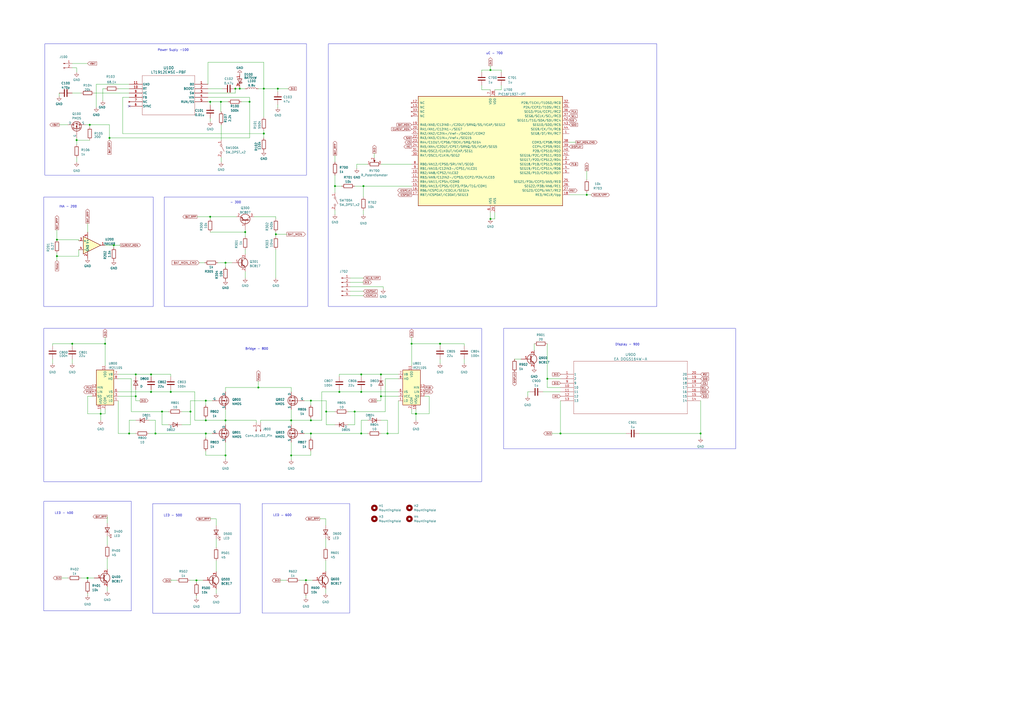
<source format=kicad_sch>
(kicad_sch (version 20250114) (generator "eeschema") (generator_version "9.0")
  (paper "A2")
  (rectangle (start 88.5562 292.1954) (end 139.3562 355.6954))
  (rectangle (start 152.0782 292.1) (end 202.8782 355.6))
  (rectangle (start 292.1 190.5) (end 426.72 260.35))
  (rectangle (start 25.4 190.5) (end 279.4 279.4))
  (rectangle (start 25.4 290.83) (end 76.2 354.33))
  (rectangle (start 190.5 25.4) (end 381 177.8))
  (rectangle (start 25.4 114.3) (end 88.9 177.8))
  (rectangle (start 26.035 25.4) (end 177.8 101.6))
  (rectangle (start 95.25 114.3) (end 178.435 177.8))
  (text "Bridge - 800" (at 142.24 203.2 0) (effects (font (size 1.27 1.27)) (justify left bottom)))
  (text "LED - 600\n" (at 158.4282 299.72 0) (effects (font (size 1.27 1.27)) (justify left bottom)))
  (text " - 300\n" (at 132.5347 118.2316 0) (effects (font (size 1.27 1.27)) (justify left bottom)))
  (text "Power Suply -100" (at 91.44 29.845 0) (effects (font (size 1.27 1.27)) (justify left bottom)))
  (text "INA - 200\n" (at 34.29 120.65 0) (effects (font (size 1.27 1.27)) (justify left bottom)))
  (text "Display - 900\n" (at 356.87 200.66 0) (effects (font (size 1.27 1.27)) (justify left bottom)))
  (text "LED - 400\n" (at 31.75 298.45 0) (effects (font (size 1.27 1.27)) (justify left bottom)))
  (text "uC - 700" (at 281.94 31.75 0) (effects (font (size 1.27 1.27)) (justify left bottom)))
  (text "LED - 500\n" (at 94.9062 299.8154 0) (effects (font (size 1.27 1.27)) (justify left bottom)))
  (junction (at 119.38 243.84))
  (junction (at 196.85 227.33))
  (junction (at 130.81 152.4))
  (junction (at 168.91 243.84))
  (junction (at 210.82 107.95))
  (junction (at 58.42 240.03))
  (junction (at 93.98 238.76))
  (junction (at 119.38 232.41))
  (junction (at 66.04 142.24))
  (junction (at 180.34 232.41))
  (junction (at 209.55 217.17))
  (junction (at 284.48 127))
  (junction (at 205.74 238.76))
  (junction (at 128.1371 59.055))
  (junction (at 238.76 199.39))
  (junction (at 149.86 224.79))
  (junction (at 41.91 199.39))
  (junction (at 284.48 40.64))
  (junction (at 224.79 251.46))
  (junction (at 161.1513 51.435))
  (junction (at 220.98 217.17))
  (junction (at 52.07 72.39))
  (junction (at 153.035 77.47))
  (junction (at 241.3 240.03))
  (junction (at 142.24 134.62))
  (junction (at 317.5 219.71))
  (junction (at 78.74 217.17))
  (junction (at 121.92 125.73))
  (junction (at 194.31 107.95))
  (junction (at 325.12 251.46))
  (junction (at 189.23 238.76))
  (junction (at 180.34 251.46))
  (junction (at 110.49 238.76))
  (junction (at 60.96 199.39))
  (junction (at 139.065 51.435))
  (junction (at 78.74 229.87))
  (junction (at 119.38 251.46))
  (junction (at 177.4782 336.55))
  (junction (at 136.525 51.435))
  (junction (at 406.4 251.46))
  (junction (at 113.9562 336.6454))
  (junction (at 168.91 264.16))
  (junction (at 121.92 59.055))
  (junction (at 130.81 243.84))
  (junction (at 153.035 51.435))
  (junction (at 209.55 227.33))
  (junction (at 44.45 81.28))
  (junction (at 180.34 243.84))
  (junction (at 144.7639 59.0391))
  (junction (at 90.17 251.46))
  (junction (at 130.81 264.16))
  (junction (at 50.8 335.28))
  (junction (at 160.02 135.89))
  (junction (at 33.02 139.065))
  (junction (at 340.36 113.03))
  (junction (at 33.02 148.59))
  (junction (at 255.27 199.39))
  (junction (at 63.5 80.01))
  (junction (at 209.55 251.46))
  (junction (at 87.63 217.17))
  (junction (at 74.93 251.46))
  (junction (at 87.63 227.33))
  (junction (at 99.06 227.33))
  (junction (at 220.98 229.87))
  (no_connect (at 74.93 61.595))
  (wire (pts (xy 74.93 251.46) (xy 78.74 251.46)))
  (wire (pts (xy 222.25 166.37) (xy 222.25 167.64)))
  (wire (pts (xy 209.55 217.17) (xy 209.55 218.44)))
  (wire (pts (xy 279.4 40.64) (xy 284.48 40.64)))
  (wire (pts (xy 290.83 40.64) (xy 290.83 41.91)))
  (wire (pts (xy 63.5 80.01) (xy 63.5 81.28)))
  (wire (pts (xy 74.93 56.515) (xy 71.12 56.515)))
  (wire (pts (xy 153.035 36.195) (xy 153.035 51.435)))
  (wire (pts (xy 60.96 195.58) (xy 60.96 199.39)))
  (wire (pts (xy 68.58 227.33) (xy 87.63 227.33)))
  (wire (pts (xy 34.29 72.39) (xy 39.37 72.39)))
  (wire (pts (xy 66.04 142.24) (xy 69.85 142.24)))
  (wire (pts (xy 54.61 53.975) (xy 74.93 53.975)))
  (wire (pts (xy 128.1371 59.055) (xy 128.1371 64.77)))
  (wire (pts (xy 180.34 264.16) (xy 180.34 261.62)))
  (wire (pts (xy 284.48 38.1) (xy 284.48 40.64)))
  (wire (pts (xy 110.49 238.76) (xy 110.49 232.41)))
  (wire (pts (xy 180.34 251.46) (xy 176.53 251.46)))
  (wire (pts (xy 180.34 243.84) (xy 168.91 243.84)))
  (wire (pts (xy 231.14 232.41) (xy 231.14 251.46)))
  (wire (pts (xy 220.98 226.06) (xy 220.98 229.87)))
  (wire (pts (xy 255.27 199.39) (xy 255.27 200.66)))
  (wire (pts (xy 231.14 217.17) (xy 220.98 217.17)))
  (wire (pts (xy 41.91 53.975) (xy 46.99 53.975)))
  (wire (pts (xy 290.83 52.07) (xy 290.83 49.53)))
  (wire (pts (xy 115.57 152.4) (xy 118.745 152.4)))
  (wire (pts (xy 125.3862 304.8954) (xy 125.3862 300.99)))
  (wire (pts (xy 130.81 227.33) (xy 130.81 224.79)))
  (wire (pts (xy 50.8 129.54) (xy 50.8 134.62)))
  (wire (pts (xy 130.81 224.79) (xy 149.86 224.79)))
  (wire (pts (xy 30.48 199.39) (xy 30.48 200.66)))
  (wire (pts (xy 76.2 238.76) (xy 93.98 238.76)))
  (wire (pts (xy 188.9082 312.42) (xy 188.9082 317.5)))
  (wire (pts (xy 255.27 199.39) (xy 269.24 199.39)))
  (wire (pts (xy 68.58 219.71) (xy 76.2 219.71)))
  (wire (pts (xy 205.74 107.95) (xy 210.82 107.95)))
  (wire (pts (xy 231.14 219.71) (xy 223.52 219.71)))
  (wire (pts (xy 284.48 127) (xy 287.02 127)))
  (wire (pts (xy 130.81 243.84) (xy 148.59 243.84)))
  (wire (pts (xy 44.45 81.28) (xy 44.45 83.82)))
  (wire (pts (xy 196.85 217.17) (xy 209.55 217.17)))
  (wire (pts (xy 189.23 246.38) (xy 189.23 238.76)))
  (wire (pts (xy 105.41 246.38) (xy 110.49 246.38)))
  (wire (pts (xy 90.17 251.46) (xy 119.38 251.46)))
  (wire (pts (xy 119.38 251.46) (xy 123.19 251.46)))
  (wire (pts (xy 58.42 237.49) (xy 58.42 240.03)))
  (wire (pts (xy 130.81 243.84) (xy 130.81 246.38)))
  (wire (pts (xy 180.34 232.41) (xy 176.53 232.41)))
  (wire (pts (xy 120.65 56.515) (xy 144.7639 56.515)))
  (wire (pts (xy 363.22 251.46) (xy 325.12 251.46)))
  (wire (pts (xy 63.5 72.39) (xy 63.5 80.01)))
  (wire (pts (xy 279.4 40.64) (xy 279.4 41.91)))
  (wire (pts (xy 161.1937 62.4109) (xy 161.1937 60.755)))
  (wire (pts (xy 139.065 51.435) (xy 142.24 51.435)))
  (wire (pts (xy 136.525 51.435) (xy 136.525 53.975)))
  (wire (pts (xy 62.23 311.15) (xy 62.23 316.23)))
  (wire (pts (xy 46.99 335.28) (xy 50.8 335.28)))
  (wire (pts (xy 224.79 243.84) (xy 224.79 251.46)))
  (wire (pts (xy 60.96 142.24) (xy 66.04 142.24)))
  (wire (pts (xy 50.8 229.87) (xy 50.8 240.03)))
  (wire (pts (xy 99.038 336.6454) (xy 99.038 336.796)))
  (wire (pts (xy 78.74 243.84) (xy 74.93 243.84)))
  (wire (pts (xy 167.2952 51.435) (xy 167.2952 51.4367)))
  (wire (pts (xy 330.2 82.55) (xy 334.01 82.55)))
  (wire (pts (xy 147.32 125.73) (xy 160.02 125.73)))
  (wire (pts (xy 325.12 251.46) (xy 325.12 232.41)))
  (wire (pts (xy 35.56 335.28) (xy 39.37 335.28)))
  (wire (pts (xy 153.035 51.435) (xy 153.035 67.945)))
  (wire (pts (xy 121.92 59.055) (xy 128.1371 59.055)))
  (wire (pts (xy 209.55 251.46) (xy 180.34 251.46)))
  (wire (pts (xy 168.91 243.84) (xy 168.91 246.38)))
  (wire (pts (xy 168.91 237.49) (xy 168.91 243.84)))
  (wire (pts (xy 110.49 238.76) (xy 105.41 238.76)))
  (wire (pts (xy 99.06 218.44) (xy 99.06 217.17)))
  (wire (pts (xy 58.42 240.03) (xy 60.96 240.03)))
  (wire (pts (xy 284.48 40.64) (xy 290.83 40.64)))
  (wire (pts (xy 58.42 240.03) (xy 58.42 243.84)))
  (wire (pts (xy 125.3862 341.7254) (xy 125.3862 344.2654)))
  (wire (pts (xy 314.96 227.33) (xy 325.12 227.33)))
  (wire (pts (xy 119.38 251.46) (xy 119.38 254)))
  (wire (pts (xy 246.38 229.87) (xy 248.92 229.87)))
  (wire (pts (xy 120.65 59.055) (xy 121.92 59.055)))
  (wire (pts (xy 153.035 51.435) (xy 161.1513 51.435)))
  (wire (pts (xy 125.3862 300.99) (xy 121.92 300.99)))
  (wire (pts (xy 60.96 199.39) (xy 60.96 212.09)))
  (wire (pts (xy 238.76 199.39) (xy 255.27 199.39)))
  (wire (pts (xy 209.55 217.17) (xy 220.98 217.17)))
  (wire (pts (xy 76.2 219.71) (xy 76.2 238.76)))
  (wire (pts (xy 74.93 251.46) (xy 68.58 251.46)))
  (wire (pts (xy 113.03 243.84) (xy 119.38 243.84)))
  (wire (pts (xy 209.55 227.33) (xy 231.14 227.33)))
  (wire (pts (xy 33.02 139.065) (xy 45.72 139.065)))
  (wire (pts (xy 130.81 264.16) (xy 130.81 256.54)))
  (wire (pts (xy 121.92 125.73) (xy 121.92 127)))
  (wire (pts (xy 99.06 227.33) (xy 113.03 227.33)))
  (wire (pts (xy 110.1462 336.6454) (xy 113.9562 336.6454)))
  (wire (pts (xy 110.49 232.41) (xy 119.38 232.41)))
  (wire (pts (xy 54.61 335.28) (xy 50.8 335.28)))
  (wire (pts (xy 189.23 238.76) (xy 194.31 238.76)))
  (wire (pts (xy 113.9562 345.5354) (xy 113.9562 346.8054)))
  (wire (pts (xy 177.4782 345.44) (xy 177.4782 346.71)))
  (wire (pts (xy 45.72 148.59) (xy 45.72 144.78)))
  (wire (pts (xy 269.24 199.39) (xy 269.24 200.66)))
  (wire (pts (xy 194.31 246.38) (xy 189.23 246.38)))
  (wire (pts (xy 287.02 52.07) (xy 290.83 52.07)))
  (wire (pts (xy 203.2 171.45) (xy 210.82 171.45)))
  (wire (pts (xy 203.2 168.91) (xy 210.82 168.91)))
  (wire (pts (xy 173.6682 336.55) (xy 177.4782 336.55)))
  (wire (pts (xy 279.4 52.07) (xy 279.4 49.53)))
  (wire (pts (xy 78.74 232.41) (xy 81.28 232.41)))
  (wire (pts (xy 153.035 77.47) (xy 153.035 80.01)))
  (wire (pts (xy 128.1371 64.77) (xy 128.27 64.77)))
  (wire (pts (xy 309.88 199.39) (xy 309.88 203.2)))
  (wire (pts (xy 78.74 229.87) (xy 78.74 232.41)))
  (wire (pts (xy 41.91 36.83) (xy 50.8 36.83)))
  (wire (pts (xy 160.02 135.89) (xy 160.02 137.16)))
  (wire (pts (xy 136.525 51.435) (xy 139.065 51.435)))
  (wire (pts (xy 52.07 72.39) (xy 63.5 72.39)))
  (wire (pts (xy 128.27 72.39) (xy 128.27 81.28)))
  (wire (pts (xy 119.38 264.16) (xy 130.81 264.16)))
  (wire (pts (xy 44.45 91.44) (xy 44.45 93.98)))
  (wire (pts (xy 287.02 123.19) (xy 287.02 127)))
  (wire (pts (xy 120.65 36.195) (xy 153.035 36.195)))
  (wire (pts (xy 168.91 264.16) (xy 168.91 266.7)))
  (wire (pts (xy 307.34 227.33) (xy 306.07 227.33)))
  (wire (pts (xy 241.3 240.03) (xy 241.3 243.84)))
  (wire (pts (xy 284.48 123.19) (xy 284.48 127)))
  (wire (pts (xy 120.65 48.895) (xy 120.65 36.195)))
  (wire (pts (xy 62.23 323.85) (xy 62.23 330.2)))
  (wire (pts (xy 196.85 218.44) (xy 196.85 217.17)))
  (wire (pts (xy 52.07 72.39) (xy 52.07 73.66)))
  (wire (pts (xy 340.36 99.06) (xy 340.36 104.14)))
  (wire (pts (xy 52.07 81.28) (xy 44.45 81.28)))
  (wire (pts (xy 142.24 157.48) (xy 142.24 161.29)))
  (wire (pts (xy 161.1513 51.435) (xy 167.2952 51.435)))
  (wire (pts (xy 87.63 217.17) (xy 87.63 218.44)))
  (wire (pts (xy 68.58 217.17) (xy 78.74 217.17)))
  (wire (pts (xy 44.45 80.01) (xy 44.45 81.28)))
  (wire (pts (xy 33.02 148.59) (xy 45.72 148.59)))
  (wire (pts (xy 125.3862 325.2154) (xy 125.3862 331.5654)))
  (wire (pts (xy 30.48 208.28) (xy 30.48 210.82)))
  (wire (pts (xy 209.55 243.84) (xy 209.55 251.46)))
  (wire (pts (xy 201.93 246.38) (xy 205.74 246.38)))
  (wire (pts (xy 149.86 224.79) (xy 168.91 224.79)))
  (wire (pts (xy 238.76 240.03) (xy 241.3 240.03)))
  (wire (pts (xy 144.78 59.0391) (xy 144.78 80.01)))
  (wire (pts (xy 71.12 56.515) (xy 71.12 77.47)))
  (wire (pts (xy 317.5 219.71) (xy 325.12 219.71)))
  (wire (pts (xy 149.86 220.98) (xy 149.86 224.79)))
  (wire (pts (xy 99.06 217.17) (xy 87.63 217.17)))
  (wire (pts (xy 121.92 68.58) (xy 121.92 70.485)))
  (wire (pts (xy 238.76 195.58) (xy 238.76 199.39)))
  (wire (pts (xy 186.69 243.84) (xy 180.34 243.84)))
  (wire (pts (xy 168.91 264.16) (xy 168.91 256.54)))
  (wire (pts (xy 59.69 58.42) (xy 59.69 51.435)))
  (wire (pts (xy 125.3862 312.5154) (xy 125.3862 317.5954)))
  (wire (pts (xy 97.79 246.38) (xy 93.98 246.38)))
  (wire (pts (xy 189.23 238.76) (xy 189.23 232.41)))
  (wire (pts (xy 248.92 229.87) (xy 248.92 240.03)))
  (wire (pts (xy 269.24 208.28) (xy 269.24 210.82)))
  (wire (pts (xy 180.34 251.46) (xy 180.34 254)))
  (wire (pts (xy 220.98 95.25) (xy 238.76 95.25)))
  (wire (pts (xy 60.96 199.39) (xy 41.91 199.39)))
  (wire (pts (xy 110.49 246.38) (xy 110.49 238.76)))
  (wire (pts (xy 90.17 243.84) (xy 90.17 251.46)))
  (wire (pts (xy 406.4 251.46) (xy 406.4 232.41)))
  (wire (pts (xy 93.98 246.38) (xy 93.98 238.76)))
  (wire (pts (xy 78.74 217.17) (xy 78.74 218.44)))
  (wire (pts (xy 119.38 232.41) (xy 123.19 232.41)))
  (wire (pts (xy 213.36 95.25) (xy 207.01 95.25)))
  (wire (pts (xy 209.55 226.06) (xy 209.55 227.33)))
  (wire (pts (xy 241.3 240.03) (xy 248.92 240.03)))
  (wire (pts (xy 189.23 232.41) (xy 180.34 232.41)))
  (wire (pts (xy 33.02 146.685) (xy 33.02 148.59)))
  (wire (pts (xy 93.98 238.76) (xy 97.79 238.76)))
  (wire (pts (xy 203.2 161.29) (xy 210.82 161.29)))
  (wire (pts (xy 210.82 121.92) (xy 210.82 124.46)))
  (wire (pts (xy 117.7662 336.6454) (xy 113.9562 336.6454)))
  (wire (pts (xy 317.5 199.39) (xy 317.5 219.71)))
  (wire (pts (xy 44.45 39.37) (xy 44.45 41.91)))
  (wire (pts (xy 320.04 251.46) (xy 325.12 251.46)))
  (wire (pts (xy 220.98 243.84) (xy 224.79 243.84)))
  (wire (pts (xy 63.5 80.01) (xy 144.78 80.01)))
  (wire (pts (xy 30.48 199.39) (xy 41.91 199.39)))
  (wire (pts (xy 139.9896 59.0391) (xy 139.9896 59.0345)))
  (wire (pts (xy 223.52 219.71) (xy 223.52 238.76)))
  (wire (pts (xy 161.1513 51.435) (xy 161.1513 53.135)))
  (wire (pts (xy 121.92 134.62) (xy 142.24 134.62)))
  (wire (pts (xy 151.13 245.11) (xy 151.13 243.84)))
  (wire (pts (xy 162.56 336.55) (xy 162.56 336.7006)))
  (wire (pts (xy 128.1371 59.055) (xy 132.3696 59.055)))
  (wire (pts (xy 126.365 152.4) (xy 130.81 152.4)))
  (wire (pts (xy 60.96 240.03) (xy 60.96 237.49)))
  (wire (pts (xy 168.91 224.79) (xy 168.91 227.33)))
  (wire (pts (xy 34.29 55.88) (xy 34.29 53.975)))
  (wire (pts (xy 74.93 243.84) (xy 74.93 251.46)))
  (wire (pts (xy 153.035 51.435) (xy 149.86 51.435)))
  (wire (pts (xy 210.82 107.95) (xy 210.82 114.3)))
  (wire (pts (xy 238.76 199.39) (xy 238.76 212.09)))
  (wire (pts (xy 224.79 251.46) (xy 231.14 251.46)))
  (wire (pts (xy 223.52 238.76) (xy 205.74 238.76)))
  (wire (pts (xy 217.17 88.9) (xy 217.17 91.44)))
  (wire (pts (xy 186.69 227.33) (xy 186.69 243.84)))
  (wire (pts (xy 99.06 226.06) (xy 99.06 227.33)))
  (wire (pts (xy 68.58 229.87) (xy 78.74 229.87)))
  (wire (pts (xy 330.2 113.03) (xy 340.36 113.03)))
  (wire (pts (xy 78.74 217.17) (xy 87.63 217.17)))
  (wire (pts (xy 139.065 51.435) (xy 139.065 50.8)))
  (wire (pts (xy 210.82 107.95) (xy 238.76 107.95)))
  (wire (pts (xy 207.01 95.25) (xy 207.01 97.79)))
  (wire (pts (xy 102.5262 336.6454) (xy 99.038 336.6454)))
  (wire (pts (xy 62.23 303.53) (xy 62.23 299.72)))
  (wire (pts (xy 142.24 144.78) (xy 142.24 147.32)))
  (wire (pts (xy 66.04 142.24) (xy 66.04 143.51)))
  (wire (pts (xy 33.02 148.59) (xy 33.02 151.13)))
  (wire (pts (xy 205.74 238.76) (xy 201.93 238.76)))
  (wire (pts (xy 209.55 251.46) (xy 213.36 251.46)))
  (wire (pts (xy 340.36 111.76) (xy 340.36 113.03)))
  (wire (pts (xy 142.24 133.35) (xy 142.24 134.62)))
  (wire (pts (xy 196.85 226.06) (xy 196.85 227.33)))
  (wire (pts (xy 55.88 62.23) (xy 55.88 48.895)))
  (wire (pts (xy 231.14 229.87) (xy 220.98 229.87)))
  (wire (pts (xy 41.91 199.39) (xy 41.91 200.66)))
  (wire (pts (xy 188.9082 300.8946) (xy 185.442 300.8946)))
  (wire (pts (xy 119.38 232.41) (xy 119.38 234.95)))
  (wire (pts (xy 194.31 107.95) (xy 194.31 111.76)))
  (wire (pts (xy 86.36 243.84) (xy 90.17 243.84)))
  (wire (pts (xy 50.8 240.03) (xy 58.42 240.03)))
  (wire (pts (xy 130.81 152.4) (xy 134.62 152.4)))
  (wire (pts (xy 53.34 229.87) (xy 50.8 229.87)))
  (wire (pts (xy 33.02 133.35) (xy 33.02 139.065)))
  (wire (pts (xy 370.84 251.46) (xy 406.4 251.46)))
  (wire (pts (xy 203.2 163.83) (xy 210.82 163.83)))
  (wire (pts (xy 120.65 51.435) (xy 128.905 51.435)))
  (wire (pts (xy 120.65 53.975) (xy 136.525 53.975)))
  (wire (pts (xy 220.98 229.87) (xy 220.98 232.41)))
  (wire (pts (xy 113.9562 336.6454) (xy 113.9562 337.9154)))
  (wire (pts (xy 142.24 134.62) (xy 142.24 137.16)))
  (wire (pts (xy 194.31 90.17) (xy 194.31 93.98)))
  (wire (pts (xy 180.34 243.84) (xy 180.34 242.57)))
  (wire (pts (xy 151.13 243.84) (xy 168.91 243.84)))
  (wire (pts (xy 113.03 227.33) (xy 113.03 243.84)))
  (wire (pts (xy 132.3696 59.055) (xy 132.3696 59.0345)))
  (wire (pts (xy 121.92 59.055) (xy 121.92 60.96)))
  (wire (pts (xy 241.3 237.49) (xy 241.3 240.03)))
  (wire (pts (xy 220.98 232.41) (xy 218.44 232.41)))
  (wire (pts (xy 188.9082 325.12) (xy 188.9082 331.47)))
  (wire (pts (xy 59.69 51.435) (xy 60.96 51.435)))
  (wire (pts (xy 406.4 251.46) (xy 406.4 254)))
  (wire (pts (xy 298.45 208.28) (xy 302.26 208.28)))
  (wire (pts (xy 50.8 344.17) (xy 50.8 345.44)))
  (wire (pts (xy 306.07 227.33) (xy 306.07 229.87)))
  (wire (pts (xy 153.035 75.565) (xy 153.035 77.47)))
  (wire (pts (xy 325.12 224.79) (xy 317.5 224.79)))
  (wire (pts (xy 284.48 52.07) (xy 279.4 52.07)))
  (wire (pts (xy 220.98 217.17) (xy 220.98 218.44)))
  (wire (pts (xy 130.81 152.4) (xy 130.81 154.94)))
  (wire (pts (xy 144.78 59.0391) (xy 144.7639 59.0391)))
  (wire (pts (xy 160.02 135.89) (xy 166.37 135.89)))
  (wire (pts (xy 160.02 125.73) (xy 160.02 127)))
  (wire (pts (xy 317.5 224.79) (xy 317.5 219.71)))
  (wire (pts (xy 78.74 226.06) (xy 78.74 229.87)))
  (wire (pts (xy 188.9082 304.8) (xy 188.9082 300.8946)))
  (wire (pts (xy 180.34 232.41) (xy 180.34 234.95)))
  (wire (pts (xy 130.81 237.49) (xy 130.81 243.84)))
  (wire (pts (xy 119.38 264.16) (xy 119.38 261.62)))
  (wire (pts (xy 181.2882 336.55) (xy 177.4782 336.55)))
  (wire (pts (xy 50.8 335.28) (xy 50.8 336.55)))
  (wire (pts (xy 213.36 243.84) (xy 209.55 243.84)))
  (wire (pts (xy 114.3 125.73) (xy 121.92 125.73)))
  (wire (pts (xy 340.36 113.03) (xy 342.9 113.03)))
  (wire (pts (xy 224.79 251.46) (xy 220.98 251.46)))
  (wire (pts (xy 41.91 208.28) (xy 41.91 210.82)))
  (wire (pts (xy 90.17 251.46) (xy 86.36 251.46)))
  (wire (pts (xy 130.81 264.16) (xy 130.81 266.7)))
  (wire (pts (xy 194.31 121.92) (xy 194.31 124.46)))
  (wire (pts (xy 55.88 48.895) (xy 74.93 48.895)))
  (wire (pts (xy 203.2 166.37) (xy 222.25 166.37)))
  (wire (pts (xy 196.85 227.33) (xy 186.69 227.33)))
  (wire (pts (xy 148.59 245.11) (xy 148.59 243.84)))
  (wire (pts (xy 99.06 227.33) (xy 87.63 227.33)))
  (wire (pts (xy 194.31 107.95) (xy 194.31 101.6)))
  (wire (pts (xy 188.9082 341.63) (xy 188.9082 344.17)))
  (wire (pts (xy 87.63 226.06) (xy 87.63 227.33)))
  (wire (pts (xy 160.02 134.62) (xy 160.02 135.89)))
  (wire (pts (xy 238.76 240.03) (xy 238.76 237.49)))
  (wire (pts (xy 71.12 77.47) (xy 153.035 77.47)))
  (wire (pts (xy 45.72 139.065) (xy 45.72 139.7)))
  (wire (pts (xy 119.38 243.84) (xy 130.81 243.84)))
  (wire (pts (xy 196.85 227.33) (xy 209.55 227.33)))
  (wire (pts (xy 68.58 51.435) (xy 74.93 51.435)))
  (wire (pts (xy 49.53 72.39) (xy 52.07 72.39)))
  (wire (pts (xy 166.0482 336.55) (xy 162.56 336.55)))
  (wire (pts (xy 137.16 125.73) (xy 121.92 125.73)))
  (wire (pts (xy 255.27 208.28) (xy 255.27 210.82)))
  (wire (pts (xy 177.4782 336.55) (xy 177.4782 337.82)))
  (wire (pts (xy 205.74 246.38) (xy 205.74 238.76)))
  (wire (pts (xy 68.58 232.41) (xy 68.58 251.46)))
  (wire (pts (xy 144.7639 56.515) (xy 144.7639 59.0391)))
  (wire (pts (xy 62.23 340.36) (xy 62.23 342.9)))
  (wire (pts (xy 160.02 161.29) (xy 160.02 144.78)))
  (wire (pts (xy 161.1937 60.755) (xy 161.1513 60.755)))
  (wire (pts (xy 144.7639 59.0391) (xy 139.9896 59.0391)))
  (wire (pts (xy 198.12 107.95) (xy 194.31 107.95)))
  (wire (pts (xy 119.38 243.84) (xy 119.38 242.57)))
  (wire (pts (xy 180.34 264.16) (xy 168.91 264.16)))
  (wire (pts (xy 41.91 39.37) (xy 44.45 39.37)))
  (wire (pts (xy 128.27 91.44) (xy 128.27 93.98)))
  (global_label "SID" (shape input) (at 406.4 229.87 0) (effects (font (size 1 1))) (property "Intersheetrefs" "${INTERSHEET_REFS}" (effects (hide yes))))
  (global_label "3V3" (shape output) (at 284.48 38.1 90) (effects (font (size 1 1))) (property "Intersheetrefs" "${INTERSHEET_REFS}" (effects (hide yes))))
  (global_label "DISPLAY" (shape input) (at 330.2 85.09 0) (effects (font (size 1 1))) (property "Intersheetrefs" "${INTERSHEET_REFS}" (effects (hide yes))))
  (global_label "BAT_RPP" (shape output) (at 121.92 300.99 180) (effects (font (size 1 1))) (property "Intersheetrefs" "${INTERSHEET_REFS}" (effects (hide yes))))
  (global_label "BAT_RPP" (shape output) (at 194.31 90.17 90) (effects (font (size 1 1))) (property "Intersheetrefs" "${INTERSHEET_REFS}" (effects (hide yes))))
  (global_label "DISPLAY" (shape output) (at 298.45 215.9 270) (effects (font (size 1 1))) (property "Intersheetrefs" "${INTERSHEET_REFS}" (effects (hide yes))))
  (global_label "3V3" (shape output) (at 218.44 232.41 180) (effects (font (size 1 1))) (property "Intersheetrefs" "${INTERSHEET_REFS}" (effects (hide yes))))
  (global_label "MCLR{slash}VPP" (shape input) (at 210.82 161.29 0) (effects (font (size 1 1))) (property "Intersheetrefs" "${INTERSHEET_REFS}" (effects (hide yes))))
  (global_label "3V3" (shape input) (at 167.2952 51.4367 0) (effects (font (size 1 1))) (property "Intersheetrefs" "${INTERSHEET_REFS}" (effects (hide yes))))
  (global_label "IM1" (shape output) (at 238.76 85.09 180) (effects (font (size 1 1))) (property "Intersheetrefs" "${INTERSHEET_REFS}" (effects (hide yes))))
  (global_label "BAT_RPP" (shape output) (at 62.23 299.72 180) (effects (font (size 1 1))) (property "Intersheetrefs" "${INTERSHEET_REFS}" (effects (hide yes))))
  (global_label "SCL" (shape input) (at 330.2 67.31 0) (effects (font (size 1 1))) (property "Intersheetrefs" "${INTERSHEET_REFS}" (effects (hide yes))))
  (global_label "3V3" (shape input) (at 325.12 222.25 180) (effects (font (size 1 1))) (property "Intersheetrefs" "${INTERSHEET_REFS}" (effects (hide yes))))
  (global_label "3V3" (shape output) (at 162.56 336.7006 180) (effects (font (size 1 1))) (property "Intersheetrefs" "${INTERSHEET_REFS}" (effects (hide yes))))
  (global_label "CS" (shape output) (at 238.76 82.55 180) (effects (font (size 1 1))) (property "Intersheetrefs" "${INTERSHEET_REFS}" (effects (hide yes))))
  (global_label "Motor" (shape output) (at 149.86 220.98 90) (effects (font (size 1 1))) (property "Intersheetrefs" "${INTERSHEET_REFS}" (effects (hide yes))))
  (global_label "RST" (shape input) (at 406.4 217.17 0) (effects (font (size 1 1))) (property "Intersheetrefs" "${INTERSHEET_REFS}" (effects (hide yes))))
  (global_label "3V3" (shape output) (at 60.96 195.58 90) (effects (font (size 1 1))) (property "Intersheetrefs" "${INTERSHEET_REFS}" (effects (hide yes))))
  (global_label "VBAT" (shape output) (at 34.29 72.39 180) (effects (font (size 1 1))) (property "Intersheetrefs" "${INTERSHEET_REFS}" (effects (hide yes))))
  (global_label "BAT_RPP" (shape output) (at 50.8 129.54 90) (effects (font (size 1 1))) (property "Intersheetrefs" "${INTERSHEET_REFS}" (effects (hide yes))))
  (global_label "BAT_RPP" (shape output) (at 185.442 300.8946 180) (effects (font (size 1 1))) (property "Intersheetrefs" "${INTERSHEET_REFS}" (effects (hide yes))))
  (global_label "BAT_MON" (shape output) (at 166.37 135.89 0) (property "Intersheetrefs" "${INTERSHEET_REFS}" (effects (hide yes))))
  (global_label "3V3" (shape output) (at 238.76 195.58 90) (effects (font (size 1 1))) (property "Intersheetrefs" "${INTERSHEET_REFS}" (effects (hide yes))))
  (global_label "BAT_RPP" (shape output) (at 33.02 133.35 90) (effects (font (size 1 1))) (property "Intersheetrefs" "${INTERSHEET_REFS}" (effects (hide yes))))
  (global_label "3V3" (shape output) (at 81.28 232.41 0) (effects (font (size 1 1))) (property "Intersheetrefs" "${INTERSHEET_REFS}" (effects (hide yes))))
  (global_label "CS" (shape input) (at 406.4 222.25 0) (effects (font (size 1 1))) (property "Intersheetrefs" "${INTERSHEET_REFS}" (effects (hide yes))))
  (global_label "IM1" (shape input) (at 325.12 229.87 180) (effects (font (size 1 1))) (property "Intersheetrefs" "${INTERSHEET_REFS}" (effects (hide yes))))
  (global_label "SCL" (shape output) (at 406.4 224.79 0) (effects (font (size 1 1))) (property "Intersheetrefs" "${INTERSHEET_REFS}" (effects (hide yes))))
  (global_label "P1A" (shape output) (at 53.34 224.79 180) (effects (font (size 1 1))) (property "Intersheetrefs" "${INTERSHEET_REFS}" (effects (hide yes))))
  (global_label "3V3" (shape output) (at 210.82 163.83 0) (effects (font (size 1 1))) (property "Intersheetrefs" "${INTERSHEET_REFS}" (effects (hide yes))))
  (global_label "ICSPDAT" (shape input) (at 210.82 168.91 0) (effects (font (size 1 1))) (property "Intersheetrefs" "${INTERSHEET_REFS}" (effects (hide yes))))
  (global_label "P1B" (shape output) (at 246.38 224.79 0) (effects (font (size 1 1))) (property "Intersheetrefs" "${INTERSHEET_REFS}" (effects (hide yes))))
  (global_label "3V3" (shape output) (at 99.038 336.796 180) (effects (font (size 1 1))) (property "Intersheetrefs" "${INTERSHEET_REFS}" (effects (hide yes))))
  (global_label "Motor" (shape input) (at 33.02 151.13 270) (effects (font (size 1 1))) (property "Intersheetrefs" "${INTERSHEET_REFS}" (effects (hide yes))))
  (global_label "MCLR{slash}VPP" (shape bidirectional) (at 342.9 113.03 0) (effects (font (size 1 1))) (property "Intersheetrefs" "${INTERSHEET_REFS}" (effects (hide yes))))
  (global_label "ICSPCLK" (shape input) (at 210.82 171.45 0) (effects (font (size 1 1))) (property "Intersheetrefs" "${INTERSHEET_REFS}" (effects (hide yes))))
  (global_label "3V3" (shape output) (at 320.04 251.46 180) (effects (font (size 1 1))) (property "Intersheetrefs" "${INTERSHEET_REFS}" (effects (hide yes))))
  (global_label "BAT_RPP" (shape output) (at 114.3 125.73 180) (effects (font (size 1 1))) (property "Intersheetrefs" "${INTERSHEET_REFS}" (effects (hide yes))))
  (global_label "P1B" (shape input) (at 330.2 95.25 0) (effects (font (size 1 1))) (property "Intersheetrefs" "${INTERSHEET_REFS}" (effects (hide yes))))
  (global_label "SDO" (shape output) (at 406.4 227.33 0) (effects (font (size 1 1))) (property "Intersheetrefs" "${INTERSHEET_REFS}" (effects (hide yes))))
  (global_label "3V3" (shape output) (at 217.17 88.9 90) (effects (font (size 1 1))) (property "Intersheetrefs" "${INTERSHEET_REFS}" (effects (hide yes))))
  (global_label "ICSPDAT" (shape output) (at 238.76 113.03 180) (effects (font (size 1 1))) (property "Intersheetrefs" "${INTERSHEET_REFS}" (effects (hide yes))))
  (global_label "3V3" (shape output) (at 35.56 335.28 180) (effects (font (size 1 1))) (property "Intersheetrefs" "${INTERSHEET_REFS}" (effects (hide yes))))
  (global_label "3V3" (shape input) (at 325.12 217.17 180) (effects (font (size 1 1))) (property "Intersheetrefs" "${INTERSHEET_REFS}" (effects (hide yes))))
  (global_label "3V3" (shape output) (at 340.36 99.06 90) (effects (font (size 1 1))) (property "Intersheetrefs" "${INTERSHEET_REFS}" (effects (hide yes))))
  (global_label "CURENT_MON" (shape output) (at 69.85 142.24 0) (effects (font (size 1 1))) (property "Intersheetrefs" "${INTERSHEET_REFS}" (effects (hide yes))))
  (global_label "BAT_RPP" (shape input) (at 63.5 81.28 270) (effects (font (size 1 1))) (property "Intersheetrefs" "${INTERSHEET_REFS}" (effects (hide yes))))
  (global_label "P1A" (shape output) (at 246.38 227.33 0) (effects (font (size 1 1))) (property "Intersheetrefs" "${INTERSHEET_REFS}" (effects (hide yes))))
  (global_label "BAT_MON_CMD" (shape output) (at 334.01 82.55 0) (effects (font (size 1 1))) (property "Intersheetrefs" "${INTERSHEET_REFS}" (effects (hide yes))))
  (global_label "SDO" (shape input) (at 330.2 72.39 0) (effects (font (size 1 1))) (property "Intersheetrefs" "${INTERSHEET_REFS}" (effects (hide yes))))
  (global_label "RST" (shape output) (at 330.2 110.49 0) (effects (font (size 1 1))) (property "Intersheetrefs" "${INTERSHEET_REFS}" (effects (hide yes))))
  (global_label "ICSPCLK" (shape output) (at 238.76 110.49 180) (effects (font (size 1 1))) (property "Intersheetrefs" "${INTERSHEET_REFS}" (effects (hide yes))))
  (global_label "SA0" (shape output) (at 238.76 80.01 180) (effects (font (size 1 1))) (property "Intersheetrefs" "${INTERSHEET_REFS}" (effects (hide yes))))
  (global_label "P1A" (shape input) (at 330.2 64.77 0) (effects (font (size 1 1))) (property "Intersheetrefs" "${INTERSHEET_REFS}" (effects (hide yes))))
  (global_label "BAT_MON_CMD" (shape input) (at 115.57 152.4 180) (property "Intersheetrefs" "${INTERSHEET_REFS}" (effects (hide yes))))
  (global_label "SID" (shape output) (at 330.2 69.85 0) (effects (font (size 1 1))) (property "Intersheetrefs" "${INTERSHEET_REFS}" (effects (hide yes))))
  (global_label "CURENT_MON" (shape input) (at 238.76 74.93 180) (effects (font (size 1 1))) (property "Intersheetrefs" "${INTERSHEET_REFS}" (effects (hide yes))))
  (global_label "VBAT" (shape input) (at 50.8 36.83 0) (effects (font (size 1 1))) (property "Intersheetrefs" "${INTERSHEET_REFS}" (effects (hide yes))))
  (global_label "SA0" (shape input) (at 406.4 219.71 0) (effects (font (size 1 1))) (property "Intersheetrefs" "${INTERSHEET_REFS}" (effects (hide yes))))
  (global_label "BAT_MON" (shape input) (at 238.76 72.39 180) (effects (font (size 1 1))) (property "Intersheetrefs" "${INTERSHEET_REFS}" (effects (hide yes))))
  (global_label "P1B" (shape output) (at 53.34 227.33 180) (effects (font (size 1 1))) (property "Intersheetrefs" "${INTERSHEET_REFS}" (effects (hide yes))))
  (symbol (lib_id "Device:R") (at 119.38 257.81 180) (unit 1)
    (property "Reference" "R803" (at 121.92 256.54 0) (effects (justify right)))
    (property "Value" "1k" (at 121.92 259.08 0) (effects (justify right)))
    (property "Footprint" "Resistor_SMD:R_0805_2012Metric" (effects (hide yes)))
  )
  (symbol (lib_id "power:GND") (at 194.31 124.46 0) (mirror y) (unit 1)
    (property "Reference" "#PWR016" (effects (hide yes)))
    (property "Value" "GND" (at 194.31 128.905 0))
  )
  (symbol (lib_id "Device:R") (at 177.4782 341.63 0) (unit 1)
    (property "Reference" "R600" (at 180.34 340.995 0) (effects (justify left)))
    (property "Value" "10k" (at 180.34 343.535 0) (effects (justify left)))
    (property "Footprint" "Resistor_SMD:R_0805_2012Metric" (effects (hide yes)))
  )
  (symbol (lib_id "Device:R") (at 153.035 71.755 0) (mirror x) (unit 1)
    (property "Reference" "R101" (at 147.955 72.39 90))
    (property "Value" "550k" (at 150.495 72.39 90))
    (property "Footprint" "Resistor_SMD:R_0805_2012Metric" (effects (hide yes)))
  )
  (symbol (lib_id "Device:R") (at 201.93 107.95 90) (unit 1)
    (property "Reference" "R701" (at 201.93 102.87 90))
    (property "Value" "10k" (at 201.93 105.41 90))
    (property "Footprint" "Resistor_SMD:R_0805_2012Metric" (effects (hide yes)))
  )
  (symbol (lib_id "Device:R") (at 122.555 152.4 270) (mirror x) (unit 1)
    (property "Reference" "R305" (at 121.285 157.48 90))
    (property "Value" "1k" (at 122.555 154.94 90))
    (property "Footprint" "Resistor_SMD:R_0805_2012Metric" (effects (hide yes)))
  )
  (symbol (lib_id "Device:R") (at 125.3862 321.4054 0) (unit 1)
    (property "Reference" "R501" (at 128.27 320.7704 0) (effects (justify left)))
    (property "Value" "45" (at 128.27 323.3104 0) (effects (justify left)))
    (property "Footprint" "Resistor_SMD:R_0805_2012Metric" (effects (hide yes)))
  )
  (symbol (lib_id "power:GND") (at 125.3862 344.2654 0) (unit 1)
    (property "Reference" "#PWR033" (effects (hide yes)))
    (property "Value" "GND" (at 125.3862 349.3454 0))
  )
  (symbol (lib_id "Device:R") (at 188.9082 321.31 0) (unit 1)
    (property "Reference" "R601" (at 191.77 320.675 0) (effects (justify left)))
    (property "Value" "45" (at 191.77 323.215 0) (effects (justify left)))
    (property "Footprint" "Resistor_SMD:R_0805_2012Metric" (effects (hide yes)))
  )
  (symbol (lib_id "Switch:SW_DPST_x2") (at 194.31 116.84 270) (unit 1)
    (property "Reference" "SW700" (at 196.85 116.205 90) (effects (justify left)))
    (property "Value" "SW_DPST_x2" (at 196.85 118.745 90) (effects (justify left)))
    (property "Footprint" "Switch:SW2_GF-123-0054_CWI" (effects (hide yes)))
  )
  (symbol (lib_id "Device:R") (at 194.31 97.79 0) (unit 1)
    (property "Reference" "R700" (at 196.85 97.155 0) (effects (justify left)))
    (property "Value" "1k" (at 196.85 99.695 0) (effects (justify left)))
    (property "Footprint" "Resistor_SMD:R_0805_2012Metric" (effects (hide yes)))
  )
  (symbol (lib_id "power:GND") (at 130.81 266.7 0) (unit 1)
    (property "Reference" "#PWR027" (effects (hide yes)))
    (property "Value" "GND" (at 130.81 271.78 0))
  )
  (symbol (lib_id "Device:R") (at 66.04 147.32 0) (mirror x) (unit 1)
    (property "Reference" "R202" (at 60.96 147.955 90))
    (property "Value" "1.5k" (at 63.5 147.32 90))
    (property "Footprint" "Resistor_SMD:R_0805_2012Metric" (effects (hide yes)))
  )
  (symbol (lib_id "Driver_FET:IR2110S") (at 60.96 224.79 0) (unit 1)
    (property "Reference" "U800" (at 62.9159 210.82 0) (effects (justify left)))
    (property "Value" "IR2110S" (at 62.9159 213.36 0) (effects (justify left)))
    (property "Footprint" "Package_SO:SOIC-16W_7.5x10.3mm_P1.27mm" (effects (hide yes)))
    (property "Datasheet" "https://www.infineon.com/dgdl/ir2110.pdf?fileId=5546d462533600a4015355c80333167e" (effects (hide yes)))
  )
  (symbol (lib_id "power:GND") (at 406.4 254 0) (unit 1)
    (property "Reference" "#PWR035" (effects (hide yes)))
    (property "Value" "GND" (at 406.4 259.08 0))
  )
  (symbol (lib_id "Device:R") (at 106.3362 336.6454 90) (unit 1)
    (property "Reference" "R502" (at 106.3362 331.47 90))
    (property "Value" "1k" (at 106.3362 334.01 90))
    (property "Footprint" "Resistor_SMD:R_0805_2012Metric" (effects (hide yes)))
  )
  (symbol (lib_id "power:GND") (at 177.4782 346.71 0) (unit 1)
    (property "Reference" "#PWR025" (effects (hide yes)))
    (property "Value" "GND" (at 177.4782 351.79 0))
  )
  (symbol (lib_id "Transistor_BJT:BC817") (at 59.69 335.28 0) (unit 1)
    (property "Reference" "Q400" (at 64.77 334.645 0) (effects (justify left)))
    (property "Value" "BC817" (at 64.77 337.185 0) (effects (justify left)))
    (property "Footprint" "Package_TO_SOT_SMD:SOT-323_SC-70" (effects (hide yes)))
    (property "Datasheet" "https://www.onsemi.com/pub/Collateral/BC818-D.pdf" (effects (hide yes)))
  )
  (symbol (lib_id "power:GND") (at 121.92 70.485 0) (mirror y) (unit 1)
    (property "Reference" "#PWR01" (effects (hide yes)))
    (property "Value" "GND" (at 121.92 74.93 0))
  )
  (symbol (lib_id "Amplifier_Current:INA169") (at 53.34 142.24 0) (unit 1)
    (property "Reference" "U200" (at 63.5 138.8111 0))
    (property "Value" "INA169" (at 63.5 141.3511 0))
    (property "Footprint" "Package_TO_SOT_SMD:SOT-23-5" (effects (hide yes)))
    (property "Datasheet" "http://www.ti.com/lit/ds/symlink/ina169.pdf" (effects (hide yes)))
  )
  (symbol (lib_id "Device:C") (at 367.03 251.46 90) (unit 1)
    (property "Reference" "C901" (at 367.03 245.11 90))
    (property "Value" "1u" (at 367.03 247.65 90))
    (property "Footprint" "Capacitor_SMD:C_0805_2012Metric" (effects (hide yes)))
  )
  (symbol (lib_id "power:GND") (at 306.07 229.87 0) (unit 1)
    (property "Reference" "#PWR036" (effects (hide yes)))
    (property "Value" "GND" (at 306.07 234.95 0))
  )
  (symbol (lib_id "Device:D") (at 78.74 222.25 270) (unit 1)
    (property "Reference" "D800" (at 81.28 219.71 90) (effects (justify left)))
    (property "Value" "D" (at 81.28 224.155 90) (effects (justify left)))
    (property "Footprint" "Diode_SMD:D_SOD-323" (effects (hide yes)))
    (property "Sim.Device" "D" (effects (hide yes)))
    (property "Sim.Pins" "1=K 2=A" (effects (hide yes)))
  )
  (symbol (lib_id "Device:R") (at 43.18 335.28 90) (unit 1)
    (property "Reference" "R402" (at 43.18 330.2 90))
    (property "Value" "1k" (at 43.18 332.74 90))
    (property "Footprint" "Resistor_SMD:R_0805_2012Metric" (effects (hide yes)))
  )
  (symbol (lib_id "Switch:SW_DPST_x2") (at 128.27 86.36 270) (unit 1)
    (property "Reference" "SW100" (at 130.81 85.725 90) (effects (justify left)))
    (property "Value" "SW_DPST_x2" (at 130.81 88.265 90) (effects (justify left)))
    (property "Footprint" "Switch:SW2_GF-123-0054_CWI" (effects (hide yes)))
  )
  (symbol (lib_id "power:GND") (at 128.27 93.98 0) (mirror y) (unit 1)
    (property "Reference" "#PWR08" (effects (hide yes)))
    (property "Value" "GND" (at 128.27 98.425 0))
  )
  (symbol (lib_id "Transistor_BJT:BC817") (at 122.8462 336.6454 0) (unit 1)
    (property "Reference" "Q500" (at 128.27 336.0104 0) (effects (justify left)))
    (property "Value" "BC817" (at 128.27 338.5504 0) (effects (justify left)))
    (property "Footprint" "Package_TO_SOT_SMD:SOT-323_SC-70" (effects (hide yes)))
    (property "Datasheet" "https://www.onsemi.com/pub/Collateral/BC818-D.pdf" (effects (hide yes)))
  )
  (symbol (lib_id "power:GND") (at 30.48 210.82 0) (unit 1)
    (property "Reference" "#PWR023" (effects (hide yes)))
    (property "Value" "GND" (at 30.48 215.9 0))
  )
  (symbol (lib_id "Device:LED") (at 188.9082 308.61 90) (unit 1)
    (property "Reference" "D600" (at 193.04 309.5625 90) (effects (justify right)))
    (property "Value" "LED" (at 193.04 312.1025 90) (effects (justify right)))
    (property "Footprint" "LED_SMD:LED_0805_2012Metric" (effects (hide yes)))
  )
  (symbol (lib_id "Device:C") (at 279.4 45.72 0) (unit 1)
    (property "Reference" "C700" (at 283.21 45.085 0) (effects (justify left)))
    (property "Value" "1u" (at 283.21 47.625 0) (effects (justify left)))
    (property "Footprint" "Capacitor_SMD:C_0805_2012Metric" (effects (hide yes)))
  )
  (symbol (lib_id "Device:C") (at 132.715 51.435 270) (mirror x) (unit 1)
    (property "Reference" "C102" (at 132.715 45.72 90))
    (property "Value" "0.47u" (at 132.715 48.26 90))
    (property "Footprint" "Capacitor_SMD:C_0805_2012Metric" (effects (hide yes)))
  )
  (symbol (lib_id "power:GND") (at 55.88 62.23 0) (mirror y) (unit 1)
    (property "Reference" "#PWR04" (effects (hide yes)))
    (property "Value" "GND" (at 55.88 66.675 0))
  )
  (symbol (lib_id "power:GND") (at 188.9082 344.17 0) (unit 1)
    (property "Reference" "#PWR034" (effects (hide yes)))
    (property "Value" "GND" (at 188.9082 349.25 0))
  )
  (symbol (lib_id "Device:R") (at 180.34 257.81 0) (mirror x) (unit 1)
    (property "Reference" "R807" (at 177.8 256.54 0) (effects (justify right)))
    (property "Value" "1k" (at 177.8 259.08 0) (effects (justify right)))
    (property "Footprint" "Resistor_SMD:R_0805_2012Metric" (effects (hide yes)))
  )
  (symbol (lib_id "Device:R") (at 153.035 83.82 0) (mirror x) (unit 1)
    (property "Reference" "R102" (at 148.59 85.09 90))
    (property "Value" "110k" (at 150.495 84.455 90))
    (property "Footprint" "Resistor_SMD:R_0805_2012Metric" (effects (hide yes)))
  )
  (symbol (lib_id "Transistor_BJT:BC817") (at 307.34 208.28 0) (unit 1)
    (property "Reference" "Q900" (at 312.42 207.645 0) (effects (justify left)))
    (property "Value" "BC817" (at 312.42 210.185 0) (effects (justify left)))
    (property "Footprint" "Package_TO_SOT_SMD:SOT-323_SC-70" (effects (hide yes)))
    (property "Datasheet" "https://www.onsemi.com/pub/Collateral/BC818-D.pdf" (effects (hide yes)))
  )
  (symbol (lib_id "Device:R_Potentiometer") (at 217.17 95.25 90) (unit 1)
    (property "Reference" "RV700" (at 217.17 99.06 90))
    (property "Value" "R_Potentiometer" (at 217.17 101.6 90))
    (property "Footprint" "Potentiometer_THT:Potentiometer_ACP_CA6-H2,5_Horizontal" (effects (hide yes)))
  )
  (symbol (lib_id "power:GND") (at 44.45 41.91 0) (mirror y) (unit 1)
    (property "Reference" "#PWR021" (effects (hide yes)))
    (property "Value" "GND" (at 44.45 46.355 0))
  )
  (symbol (lib_id "power:GND") (at 34.29 55.88 0) (mirror y) (unit 1)
    (property "Reference" "#PWR02" (effects (hide yes)))
    (property "Value" "GND" (at 34.29 60.325 0))
  )
  (symbol (lib_id "Device:R") (at 142.24 140.97 0) (mirror x) (unit 1)
    (property "Reference" "R301" (at 137.16 141.605 90))
    (property "Value" "1k" (at 139.7 140.97 90))
    (property "Footprint" "Resistor_SMD:R_0805_2012Metric" (effects (hide yes)))
  )
  (symbol (lib_id "Device:C") (at 99.06 222.25 0) (unit 1)
    (property "Reference" "C803" (at 102.87 221.615 0) (effects (justify left)))
    (property "Value" "100n" (at 102.87 224.155 0) (effects (justify left)))
    (property "Footprint" "Capacitor_SMD:C_0805_2012Metric" (effects (hide yes)))
  )
  (symbol (lib_id "power:GND") (at 66.04 151.13 0) (mirror y) (unit 1)
    (property "Reference" "#PWR09" (effects (hide yes)))
    (property "Value" "GND" (at 66.04 155.575 0))
  )
  (symbol (lib_id "power:GND") (at 255.27 210.82 0) (mirror y) (unit 1)
    (property "Reference" "#PWR029" (effects (hide yes)))
    (property "Value" "GND" (at 255.27 215.9 0))
  )
  (symbol (lib_id "Device:C") (at 269.24 204.47 0) (mirror y) (unit 1)
    (property "Reference" "C804" (at 273.05 203.835 0) (effects (justify right)))
    (property "Value" "100n" (at 273.05 206.375 0) (effects (justify right)))
    (property "Footprint" "Capacitor_SMD:C_0805_2012Metric" (effects (hide yes)))
  )
  (symbol (lib_id "Device:R") (at 52.07 77.47 0) (unit 1)
    (property "Reference" "R105" (at 54.61 77.47 0) (effects (justify left)))
    (property "Value" "200" (at 54.61 79.375 0) (effects (justify left)))
    (property "Footprint" "Resistor_SMD:R_0805_2012Metric" (effects (hide yes)))
  )
  (symbol (lib_id "Device:R") (at 169.8582 336.55 90) (unit 1)
    (property "Reference" "R602" (at 169.8582 331.47 90))
    (property "Value" "1k" (at 169.8582 334.01 90))
    (property "Footprint" "Resistor_SMD:R_0805_2012Metric" (effects (hide yes)))
  )
  (symbol (lib_id "Device:R") (at 119.38 238.76 0) (unit 1)
    (property "Reference" "R802" (at 124.46 238.76 0))
    (property "Value" "1k" (at 124.46 241.3 0))
    (property "Footprint" "Resistor_SMD:R_0805_2012Metric" (effects (hide yes)))
  )
  (symbol (lib_id "power:GND") (at 50.8 149.86 0) (mirror y) (unit 1)
    (property "Reference" "#PWR010" (effects (hide yes)))
    (property "Value" "GND" (at 50.8 154.305 0))
  )
  (symbol (lib_id "Device:R") (at 313.69 199.39 90) (unit 1)
    (property "Reference" "R901" (at 313.69 194.31 90))
    (property "Value" "20" (at 313.69 196.85 90))
    (property "Footprint" "Resistor_SMD:R_0805_2012Metric" (effects (hide yes)))
  )
  (symbol (lib_id "Device:R") (at 33.02 142.875 0) (mirror x) (unit 1)
    (property "Reference" "R201" (at 27.94 143.51 90))
    (property "Value" "0.27" (at 30.48 142.875 90))
    (property "Footprint" "Resistor_SMD:R_0805_2012Metric" (effects (hide yes)))
  )
  (symbol (lib_id "Device:L") (at 146.05 51.435 90) (unit 1)
    (property "Reference" "L100" (at 146.05 46.99 90))
    (property "Value" "6.8u" (at 146.05 49.53 90))
    (property "Footprint" "Inductor_SMD:L_0805_2012Metric" (effects (hide yes)))
  )
  (symbol (lib_id "power:GND") (at 59.69 58.42 0) (mirror y) (unit 1)
    (property "Reference" "#PWR03" (effects (hide yes)))
    (property "Value" "GND" (at 57.15 62.23 0) (effects (justify right)))
  )
  (symbol (lib_id "Connector:Conn_01x05_Pin") (at 198.12 166.37 0) (unit 1)
    (property "Reference" "J702" (at 199.39 157.48 0))
    (property "Value" "Conn_01x05_Pin" (effects (hide yes)))
    (property "Footprint" "Connector_PinHeader_2.54mm:PinHeader_1x05_P2.54mm_Vertical" (effects (hide yes)))
  )
  (symbol (lib_id "Mechanical:MountingHole") (at 217.17 294.64 0) (unit 1) (exclude_from_sim yes) (in_bom no)
    (property "Reference" "H1" (at 219.71 293.3699 0) (effects (justify left)))
    (property "Value" "MountingHole" (at 219.71 295.9099 0) (effects (justify left)))
    (property "Footprint" "MountingHole:MountingHole_2.5mm" (effects (hide yes)))
    (property "Description" "Mounting Hole without connection" (effects (hide yes)))
  )
  (symbol (lib_id "Device:R") (at 136.1796 59.0345 90) (mirror x) (unit 1)
    (property "Reference" "R100" (at 136.1796 61.5745 90))
    (property "Value" "500k" (at 136.1796 64.1145 90))
    (property "Footprint" "Resistor_SMD:R_0805_2012Metric" (effects (hide yes)))
  )
  (symbol (lib_id "Device:R") (at 160.02 130.81 0) (mirror x) (unit 1)
    (property "Reference" "R302" (at 154.94 131.445 90))
    (property "Value" "400k" (at 157.48 130.81 90))
    (property "Footprint" "Resistor_SMD:R_0805_2012Metric" (effects (hide yes)))
  )
  (symbol (lib_id "power:GND") (at 269.24 210.82 0) (mirror y) (unit 1)
    (property "Reference" "#PWR028" (effects (hide yes)))
    (property "Value" "GND" (at 269.24 215.9 0))
  )
  (symbol (lib_id "Device:R") (at 198.12 238.76 90) (mirror x) (unit 1)
    (property "Reference" "R805" (at 198.12 233.68 90))
    (property "Value" "10" (at 198.12 236.22 90))
    (property "Footprint" "Resistor_SMD:R_0805_2012Metric" (effects (hide yes)))
  )
  (symbol (lib_id "Device:R") (at 210.82 118.11 0) (unit 1)
    (property "Reference" "R702" (at 213.36 117.475 0) (effects (justify left)))
    (property "Value" "10k" (at 213.36 120.015 0) (effects (justify left)))
    (property "Footprint" "Resistor_SMD:R_0805_2012Metric" (effects (hide yes)))
  )
  (symbol (lib_id "Device:R") (at 44.45 87.63 0) (unit 1)
    (property "Reference" "R106" (at 46.99 86.995 0) (effects (justify left)))
    (property "Value" "1k" (at 46.99 89.535 0) (effects (justify left)))
    (property "Footprint" "Resistor_SMD:R_0805_2012Metric" (effects (hide yes)))
  )
  (symbol (lib_id "Device:R") (at 82.55 251.46 90) (unit 1)
    (property "Reference" "R800" (at 82.55 254 90))
    (property "Value" "10" (at 82.55 256.54 90))
    (property "Footprint" "Resistor_SMD:R_0805_2012Metric" (effects (hide yes)))
  )
  (symbol (lib_id "power:GND") (at 241.3 243.84 0) (mirror y) (unit 1)
    (property "Reference" "#PWR030" (effects (hide yes)))
    (property "Value" "GND" (at 241.3 248.92 0))
  )
  (symbol (lib_id "Device:C") (at 209.55 222.25 0) (mirror y) (unit 1)
    (property "Reference" "C806" (at 201.93 220.98 0) (effects (justify right)))
    (property "Value" "22u" (at 201.93 223.52 0) (effects (justify right)))
    (property "Footprint" "Capacitor_SMD:C_0805_2012Metric" (effects (hide yes)))
  )
  (symbol (lib_id "Device:R") (at 121.92 130.81 0) (mirror x) (unit 1)
    (property "Reference" "R300" (at 116.84 131.445 90))
    (property "Value" "10k" (at 119.38 130.81 90))
    (property "Footprint" "Resistor_SMD:R_0805_2012Metric" (effects (hide yes)))
  )
  (symbol (lib_id "power:GND") (at 113.9562 346.8054 0) (unit 1)
    (property "Reference" "#PWR032" (effects (hide yes)))
    (property "Value" "GND" (at 113.9562 351.8854 0))
  )
  (symbol (lib_id "Device:C") (at 255.27 204.47 0) (mirror y) (unit 1)
    (property "Reference" "C805" (at 259.08 203.835 0) (effects (justify right)))
    (property "Value" "22u" (at 259.08 206.375 0) (effects (justify right)))
    (property "Footprint" "Capacitor_SMD:C_0805_2012Metric" (effects (hide yes)))
  )
  (symbol (lib_id "Simulation_SPICE:NMOS") (at 128.27 232.41 0) (unit 1)
    (property "Reference" "Q800" (at 134.62 231.775 0) (effects (justify left)))
    (property "Value" "NMOS" (at 134.62 234.315 0) (effects (justify left)))
    (property "Footprint" "Package_TO_SOT_SMD:SOT-23" (effects (hide yes)))
    (property "Datasheet" "https://ngspice.sourceforge.io/docs/ngspice-manual.pdf" (effects (hide yes)))
    (property "Sim.Device" "NMOS" (effects (hide yes)))
    (property "Sim.Type" "VDMOS" (effects (hide yes)))
    (property "Sim.Pins" "1=D 2=G 3=S" (effects (hide yes)))
  )
  (symbol (lib_id "Device:C") (at 161.1513 56.945 0) (mirror y) (unit 1)
    (property "Reference" "C103" (at 164.3263 56.31 0) (effects (justify right)))
    (property "Value" "47u" (at 164.3263 58.85 0) (effects (justify right)))
    (property "Footprint" "Capacitor_SMD:C_0805_2012Metric" (effects (hide yes)))
  )
  (symbol (lib_id "Diode:BAT54W") (at 139.065 46.99 90) (unit 1)
    (property "Reference" "D100" (at 141.605 43.18 90) (effects (justify right)))
    (property "Value" "BAT54W" (at 141.605 45.085 90) (effects (justify right)))
    (property "Footprint" "Package_TO_SOT_SMD:SOT-323_SC-70" (effects (hide yes)))
    (property "Datasheet" "https://assets.nexperia.com/documents/data-sheet/BAT54W_SER.pdf" (effects (hide yes)))
  )
  (symbol (lib_id "power:GND") (at 153.035 87.63 0) (mirror y) (unit 1)
    (property "Reference" "#PWR05" (effects (hide yes)))
    (property "Value" "GND" (at 153.035 92.075 0))
  )
  (symbol (lib_id "Mechanical:MountingHole") (at 217.17 300.99 0) (unit 1) (exclude_from_sim yes) (in_bom no)
    (property "Reference" "H3" (at 219.71 299.7199 0) (effects (justify left)))
    (property "Value" "MountingHole" (at 219.71 302.2599 0) (effects (justify left)))
    (property "Footprint" "MountingHole:MountingHole_2.5mm" (effects (hide yes)))
    (property "Description" "Mounting Hole without connection" (effects (hide yes)))
  )
  (symbol (lib_id "Device:R") (at 50.8 53.975 90) (mirror x) (unit 1)
    (property "Reference" "R104" (at 50.8 49.53 90))
    (property "Value" "20k" (at 50.8 52.07 90))
    (property "Footprint" "Resistor_SMD:R_0805_2012Metric" (effects (hide yes)))
  )
  (symbol (lib_id "power:GND") (at 222.25 167.64 0) (mirror y) (unit 1)
    (property "Reference" "#PWR011" (effects (hide yes)))
    (property "Value" "GND" (at 222.25 172.085 0))
  )
  (symbol (lib_id "power:GND") (at 309.88 213.36 0) (unit 1)
    (property "Reference" "#PWR039" (effects (hide yes)))
    (property "Value" "GND" (at 309.88 218.44 0))
  )
  (symbol (lib_id "Device:R") (at 340.36 107.95 0) (mirror x) (unit 1)
    (property "Reference" "R703" (at 346.71 109.22 0))
    (property "Value" "10k" (at 346.71 106.68 0))
    (property "Footprint" "Resistor_SMD:R_0805_2012Metric" (effects (hide yes)))
  )
  (symbol (lib_id "Simulation_SPICE:NMOS") (at 171.45 232.41 0) (mirror y) (unit 1)
    (property "Reference" "Q802" (at 165.1 231.775 0) (effects (justify left)))
    (property "Value" "NMOS" (at 165.1 234.315 0) (effects (justify left)))
    (property "Footprint" "Package_TO_SOT_SMD:SOT-23" (effects (hide yes)))
    (property "Datasheet" "https://ngspice.sourceforge.io/docs/ngspice-manual.pdf" (effects (hide yes)))
    (property "Sim.Device" "NMOS" (effects (hide yes)))
    (property "Sim.Type" "VDMOS" (effects (hide yes)))
    (property "Sim.Pins" "1=D 2=G 3=S" (effects (hide yes)))
  )
  (symbol (lib_id "Device:R") (at 298.45 212.09 180) (unit 1)
    (property "Reference" "R902" (at 300.99 211.455 0) (effects (justify right)))
    (property "Value" "1k" (at 300.99 213.995 0) (effects (justify right)))
    (property "Footprint" "Resistor_SMD:R_0805_2012Metric" (effects (hide yes)))
  )
  (symbol (lib_id "Device:D") (at 82.55 243.84 0) (unit 1)
    (property "Reference" "D801" (at 85.0524 240.8608 0))
    (property "Value" "D" (at 85.09 242.57 0))
    (property "Footprint" "Diode_SMD:D_SOD-323" (effects (hide yes)))
    (property "Sim.Device" "D" (effects (hide yes)))
    (property "Sim.Pins" "1=K 2=A" (effects (hide yes)))
  )
  (symbol (lib_id "power:GND") (at 41.91 210.82 0) (unit 1)
    (property "Reference" "#PWR026" (effects (hide yes)))
    (property "Value" "GND" (at 41.91 215.9 0))
  )
  (symbol (lib_id "Device:C") (at 290.83 45.72 0) (unit 1)
    (property "Reference" "C701" (at 294.64 45.085 0) (effects (justify left)))
    (property "Value" "1u" (at 294.64 47.625 0) (effects (justify left)))
    (property "Footprint" "Capacitor_SMD:C_0805_2012Metric" (effects (hide yes)))
  )
  (symbol (lib_id "Device:R") (at 113.9562 341.7254 0) (unit 1)
    (property "Reference" "R500" (at 116.84 341.0904 0) (effects (justify left)))
    (property "Value" "10k" (at 116.84 343.6304 0) (effects (justify left)))
    (property "Footprint" "Resistor_SMD:R_0805_2012Metric" (effects (hide yes)))
  )
  (symbol (lib_id "Transistor_BJT:BC817") (at 186.3682 336.55 0) (unit 1)
    (property "Reference" "Q600" (at 191.77 335.915 0) (effects (justify left)))
    (property "Value" "BC817" (at 191.77 338.455 0) (effects (justify left)))
    (property "Footprint" "Package_TO_SOT_SMD:SOT-323_SC-70" (effects (hide yes)))
    (property "Datasheet" "https://www.onsemi.com/pub/Collateral/BC818-D.pdf" (effects (hide yes)))
  )
  (symbol (lib_id "power:GND") (at 139.065 43.18 0) (mirror x) (unit 1)
    (property "Reference" "#PWR06" (effects (hide yes)))
    (property "Value" "GND" (at 139.065 39.37 0))
  )
  (symbol (lib_id "Device:R") (at 62.23 320.04 0) (unit 1)
    (property "Reference" "R400" (at 64.77 319.405 0) (effects (justify left)))
    (property "Value" "45" (at 64.77 321.945 0) (effects (justify left)))
    (property "Footprint" "Resistor_SMD:R_0805_2012Metric" (effects (hide yes)))
  )
  (symbol (lib_id "Device:R") (at 128.27 68.58 0) (mirror x) (unit 1)
    (property "Reference" "R107" (at 130.81 68.58 90))
    (property "Value" "2.2k" (at 133.35 68.58 90))
    (property "Footprint" "Resistor_SMD:R_0805_2012Metric" (effects (hide yes)))
  )
  (symbol (lib_id "power:GND") (at 168.91 266.7 0) (mirror y) (unit 1)
    (property "Reference" "#PWR031" (effects (hide yes)))
    (property "Value" "GND" (at 168.91 271.78 0))
  )
  (symbol (lib_id "Device:C") (at 30.48 204.47 0) (unit 1)
    (property "Reference" "C800" (at 34.29 204.47 0) (effects (justify left)))
    (property "Value" "100n" (at 34.29 206.375 0) (effects (justify left)))
    (property "Footprint" "Capacitor_SMD:C_0805_2012Metric" (effects (hide yes)))
  )
  (symbol (lib_id "Mechanical:MountingHole") (at 237.49 294.64 0) (unit 1) (exclude_from_sim yes) (in_bom no)
    (property "Reference" "H2" (at 240.03 293.3699 0) (effects (justify left)))
    (property "Value" "MountingHole" (at 240.03 295.9099 0) (effects (justify left)))
    (property "Footprint" "MountingHole:MountingHole_2.5mm" (effects (hide yes)))
    (property "Description" "Mounting Hole without connection" (effects (hide yes)))
  )
  (symbol (lib_id "Device:D") (at 217.17 243.84 0) (mirror y) (unit 1)
    (property "Reference" "D804" (at 214.6676 240.8608 0))
    (property "Value" "D" (at 214.63 242.57 0))
    (property "Footprint" "Diode_SMD:D_SOD-323" (effects (hide yes)))
    (property "Sim.Device" "D" (effects (hide yes)))
    (property "Sim.Pins" "1=K 2=A" (effects (hide yes)))
  )
  (symbol (lib_id "Device:C") (at 87.63 222.25 0) (unit 1)
    (property "Reference" "C802" (at 91.44 221.615 0) (effects (justify left)))
    (property "Value" "22u" (at 91.44 224.155 0) (effects (justify left)))
    (property "Footprint" "Capacitor_SMD:C_0805_2012Metric" (effects (hide yes)))
  )
  (symbol (lib_id "Simulation_SPICE:PMOS") (at 44.45 74.93 90) (unit 1)
    (property "Reference" "Q100" (at 44.45 66.04 90))
    (property "Value" "PMOS" (at 44.45 68.58 90))
    (property "Footprint" "Package_TO_SOT_SMD:SOT-23" (effects (hide yes)))
    (property "Datasheet" "https://ngspice.sourceforge.io/docs/ngspice-manual.pdf" (effects (hide yes)))
    (property "Sim.Device" "PMOS" (effects (hide yes)))
    (property "Sim.Type" "VDMOS" (effects (hide yes)))
    (property "Sim.Pins" "1=D 2=G 3=S" (effects (hide yes)))
  )
  (symbol (lib_id "power:GND") (at 142.24 161.29 0) (mirror y) (unit 1)
    (property "Reference" "#PWR013" (effects (hide yes)))
    (property "Value" "GND" (at 142.24 165.735 0))
  )
  (symbol (lib_id "Device:R") (at 160.02 140.97 0) (mirror x) (unit 1)
    (property "Reference" "R303" (at 154.94 141.605 90))
    (property "Value" "104k" (at 157.48 140.97 90))
    (property "Footprint" "Resistor_SMD:R_0805_2012Metric" (effects (hide yes)))
  )
  (symbol (lib_id "Device:R") (at 180.34 238.76 0) (mirror y) (unit 1)
    (property "Reference" "R806" (at 175.26 237.49 0))
    (property "Value" "1k" (at 175.26 240.03 0))
    (property "Footprint" "Resistor_SMD:R_0805_2012Metric" (effects (hide yes)))
  )
  (symbol (lib_id "Driver_FET:IR2110S") (at 238.76 224.79 0) (mirror y) (unit 1)
    (property "Reference" "U801" (at 239.3441 210.82 0) (effects (justify right)))
    (property "Value" "IR2110S" (at 239.3441 213.36 0) (effects (justify right)))
    (property "Footprint" "Package_SO:SOIC-16W_7.5x10.3mm_P1.27mm" (effects (hide yes)))
    (property "Datasheet" "https://www.infineon.com/dgdl/ir2110.pdf?fileId=5546d462533600a4015355c80333167e" (effects (hide yes)))
  )
  (symbol (lib_id "Device:D") (at 198.12 246.38 0) (mirror x) (unit 1)
    (property "Reference" "D805" (at 200.6224 249.3592 0))
    (property "Value" "D" (at 200.66 247.65 0))
    (property "Footprint" "Diode_SMD:D_SOD-323" (effects (hide yes)))
    (property "Sim.Device" "D" (effects (hide yes)))
    (property "Sim.Pins" "1=K 2=A" (effects (hide yes)))
  )
  (symbol (lib_id "Device:C") (at 38.1 53.975 270) (mirror x) (unit 1)
    (property "Reference" "C100" (at 38.1 48.26 90))
    (property "Value" "470p" (at 38.1 50.8 90))
    (property "Footprint" "Capacitor_SMD:C_0805_2012Metric" (effects (hide yes)))
  )
  (symbol (lib_id "Connector:Conn_01x02_Pin") (at 36.83 36.83 0) (unit 1)
    (property "Reference" "J100" (at 36.83 33.02 0))
    (property "Value" "Conn_01x02_Pin" (effects (hide yes)))
    (property "Footprint" "TerminalBlock:TerminalBlock_bornier-2_P5.08mm" (effects (hide yes)))
  )
  (symbol (lib_id "power:GND") (at 62.23 342.9 0) (unit 1)
    (property "Reference" "#PWR019" (effects (hide yes)))
    (property "Value" "GND" (at 62.23 347.98 0))
  )
  (symbol (lib_id "power:GND") (at 160.02 161.29 0) (mirror y) (unit 1)
    (property "Reference" "#PWR014" (effects (hide yes)))
    (property "Value" "GND" (at 160.02 165.735 0))
  )
  (symbol (lib_id "Connector:Conn_01x02_Pin") (at 148.59 250.19 90) (unit 1)
    (property "Reference" "J800" (at 152.4 248.92 90) (effects (justify right)))
    (property "Value" "Conn_01x02_Pin" (at 142.24 252.73 90) (effects (justify right)))
    (property "Footprint" "TerminalBlock:TerminalBlock_bornier-2_P5.08mm" (effects (hide yes)))
  )
  (symbol (lib_id "power:GND") (at 210.82 124.46 0) (unit 1)
    (property "Reference" "#PWR024" (effects (hide yes)))
    (property "Value" "GND" (at 210.82 129.54 0))
  )
  (symbol (lib_id "Transistor_BJT:BC807") (at 142.24 128.27 270) (mirror x) (unit 1)
    (property "Reference" "Q300" (at 142.24 120.65 90))
    (property "Value" "BC807" (at 142.24 123.19 90))
    (property "Footprint" "Package_TO_SOT_SMD:SOT-323_SC-70" (effects (hide yes)))
    (property "Datasheet" "https://www.onsemi.com/pub/Collateral/BC808-D.pdf" (effects (hide yes)))
  )
  (symbol (lib_id "Device:LED") (at 125.3862 308.7054 90) (unit 1)
    (property "Reference" "D500" (at 129.54 309.6579 90) (effects (justify right)))
    (property "Value" "LED" (at 129.54 312.1979 90) (effects (justify right)))
    (property "Footprint" "LED_SMD:LED_0805_2012Metric" (effects (hide yes)))
  )
  (symbol (lib_id "2024-12-16_15-11-31:EA_DOGS164W-A") (at 325.12 217.17 0) (unit 1)
    (property "Reference" "U900" (at 365.76 205.74 0) (effects (font (size 1.524 1.524))))
    (property "Value" "EA DOGS164W-A" (at 365.76 208.28 0) (effects (font (size 1.524 1.524))))
    (property "Footprint" "Display:EA_DOGS104X-A" (effects (hide yes)))
    (property "Datasheet" "EA DOGS164W-A" (effects (hide yes)))
  )
  (symbol (lib_id "Device:R") (at 217.17 251.46 270) (mirror x) (unit 1)
    (property "Reference" "R804" (at 217.17 246.38 90))
    (property "Value" "10" (at 217.17 248.92 90))
    (property "Footprint" "Resistor_SMD:R_0805_2012Metric" (effects (hide yes)))
  )
  (symbol (lib_id "power:GND") (at 161.1937 62.4109 0) (mirror y) (unit 1)
    (property "Reference" "#PWR07" (effects (hide yes)))
    (property "Value" "GND" (at 161.1937 66.8559 0))
  )
  (symbol (lib_id "power:GND") (at 50.8 345.44 0) (unit 1)
    (property "Reference" "#PWR020" (effects (hide yes)))
    (property "Value" "GND" (at 50.8 350.52 0))
  )
  (symbol (lib_id "power:GND") (at 44.45 93.98 0) (unit 1)
    (property "Reference" "#PWR012" (effects (hide yes)))
    (property "Value" "GND" (at 44.45 99.06 0))
  )
  (symbol (lib_id "Device:LED") (at 62.23 307.34 90) (unit 1)
    (property "Reference" "D400" (at 66.04 308.2925 90) (effects (justify right)))
    (property "Value" "LED" (at 66.04 310.8325 90) (effects (justify right)))
    (property "Footprint" "LED_SMD:LED_0805_2012Metric" (effects (hide yes)))
  )
  (symbol (lib_id "Device:R") (at 64.77 51.435 90) (mirror x) (unit 1)
    (property "Reference" "R103" (at 64.135 44.45 90))
    (property "Value" "68.1k" (at 64.77 47.625 90))
    (property "Footprint" "Resistor_SMD:R_0805_2012Metric" (effects (hide yes)))
  )
  (symbol (lib_id "Device:C") (at 196.85 222.25 0) (mirror y) (unit 1)
    (property "Reference" "C807" (at 187.96 220.98 0) (effects (justify right)))
    (property "Value" "100n" (at 187.96 223.52 0) (effects (justify right)))
    (property "Footprint" "Capacitor_SMD:C_0805_2012Metric" (effects (hide yes)))
  )
  (symbol (lib_id "power:GND") (at 207.01 97.79 0) (unit 1)
    (property "Reference" "#PWR017" (effects (hide yes)))
    (property "Value" "GND" (at 207.01 102.87 0))
  )
  (symbol (lib_id "Device:R") (at 50.8 340.36 0) (unit 1)
    (property "Reference" "R401" (at 53.34 339.725 0) (effects (justify left)))
    (property "Value" "10k" (at 53.34 342.265 0) (effects (justify left)))
    (property "Footprint" "Resistor_SMD:R_0805_2012Metric" (effects (hide yes)))
  )
  (symbol (lib_id "Device:R") (at 101.6 238.76 270) (unit 1)
    (property "Reference" "R801" (at 101.6 233.68 90))
    (property "Value" "10" (at 101.6 236.22 90))
    (property "Footprint" "Resistor_SMD:R_0805_2012Metric" (effects (hide yes)))
  )
  (symbol (lib_id "Transistor_BJT:BC817") (at 139.7 152.4 0) (unit 1)
    (property "Reference" "Q301" (at 144.78 151.765 0) (effects (justify left)))
    (property "Value" "BC817" (at 144.78 154.305 0) (effects (justify left)))
    (property "Footprint" "Package_TO_SOT_SMD:SOT-323_SC-70" (effects (hide yes)))
    (property "Datasheet" "https://www.onsemi.com/pub/Collateral/BC818-D.pdf" (effects (hide yes)))
  )
  (symbol (lib_id "power:GND") (at 130.81 162.56 0) (mirror y) (unit 1)
    (property "Reference" "#PWR015" (effects (hide yes)))
    (property "Value" "GND" (at 130.81 167.005 0))
  )
  (symbol (lib_id "Device:D") (at 101.6 246.38 180) (unit 1)
    (property "Reference" "D802" (at 99.0976 249.3592 0))
    (property "Value" "D" (at 99.06 247.65 0))
    (property "Footprint" "Diode_SMD:D_SOD-323" (effects (hide yes)))
    (property "Sim.Device" "D" (effects (hide yes)))
    (property "Sim.Pins" "1=K 2=A" (effects (hide yes)))
  )
  (symbol (lib_id "Device:R") (at 130.81 158.75 0) (mirror x) (unit 1)
    (property "Reference" "R304" (at 125.73 159.385 90))
    (property "Value" "10k" (at 128.27 158.75 90))
    (property "Footprint" "Resistor_SMD:R_0805_2012Metric" (effects (hide yes)))
  )
  (symbol (lib_id "Device:C") (at 311.15 227.33 90) (unit 1)
    (property "Reference" "C900" (at 311.15 220.98 90))
    (property "Value" "1u" (at 311.15 223.52 90))
    (property "Footprint" "Capacitor_SMD:C_0805_2012Metric" (effects (hide yes)))
  )
  (symbol (lib_id "Mechanical:MountingHole") (at 237.49 300.99 0) (unit 1) (exclude_from_sim yes) (in_bom no)
    (property "Reference" "H4" (at 240.03 299.7199 0) (effects (justify left)))
    (property "Value" "MountingHole" (at 240.03 302.2599 0) (effects (justify left)))
    (property "Footprint" "MountingHole:MountingHole_2.5mm" (effects (hide yes)))
    (property "Description" "Mounting Hole without connection" (effects (hide yes)))
  )
  (symbol (lib_id "MCU_Microchip_PIC16:PIC16F1937-IPT") (at 284.48 87.63 0) (unit 1)
    (property "Reference" "U700" (at 292.1 52.07 0) (effects (justify left)))
    (property "Value" "PIC16F1937-IPT" (at 288.9759 54.61 0) (effects (justify left)))
    (property "Footprint" "Package_QFP:TQFP-44_10x10mm_P0.8mm" (effects (hide yes)))
    (property "Datasheet" "http://ww1.microchip.com/downloads/en/DeviceDoc/41364E.pdf" (effects (hide yes)))
  )
  (symbol (lib_id "Simulation_SPICE:NMOS") (at 128.27 251.46 0) (unit 1)
    (property "Reference" "Q801" (at 134.62 250.825 0) (effects (justify left)))
    (property "Value" "NMOS" (at 134.62 253.365 0) (effects (justify left)))
    (property "Footprint" "Package_TO_SOT_SMD:SOT-23" (effects (hide yes)))
    (property "Datasheet" "https://ngspice.sourceforge.io/docs/ngspice-manual.pdf" (effects (hide yes)))
    (property "Sim.Device" "NMOS" (effects (hide yes)))
    (property "Sim.Type" "VDMOS" (effects (hide yes)))
    (property "Sim.Pins" "1=D 2=G 3=S" (effects (hide yes)))
  )
  (symbol (lib_id "power:GND") (at 284.48 127 0) (mirror y) (unit 1)
    (property "Reference" "#PWR018" (effects (hide yes)))
    (property "Value" "GND" (at 284.48 131.445 0))
  )
  (symbol (lib_id "power:GND") (at 58.42 243.84 0) (unit 1)
    (property "Reference" "#PWR022" (effects (hide yes)))
    (property "Value" "GND" (at 58.42 248.92 0))
  )
  (symbol (lib_id "Device:C") (at 41.91 204.47 0) (unit 1)
    (property "Reference" "C801" (at 45.72 204.47 0) (effects (justify left)))
    (property "Value" "22u" (at 45.72 206.375 0) (effects (justify left)))
    (property "Footprint" "Capacitor_SMD:C_0805_2012Metric" (effects (hide yes)))
  )
  (symbol (lib_id "Simulation_SPICE:NMOS") (at 171.45 251.46 0) (mirror y) (unit 1)
    (property "Reference" "Q803" (at 165.1 250.825 0) (effects (justify left)))
    (property "Value" "NMOS" (at 165.1 253.365 0) (effects (justify left)))
    (property "Footprint" "Package_TO_SOT_SMD:SOT-23" (effects (hide yes)))
    (property "Datasheet" "https://ngspice.sourceforge.io/docs/ngspice-manual.pdf" (effects (hide yes)))
    (property "Sim.Device" "NMOS" (effects (hide yes)))
    (property "Sim.Type" "VDMOS" (effects (hide yes)))
    (property "Sim.Pins" "1=D 2=G 3=S" (effects (hide yes)))
  )
  (symbol (lib_id "2024-11-11_16-28-14:LT1912EMSE-PBF") (at 120.65 48.895 0) (mirror y) (unit 1)
    (property "Reference" "U100" (at 97.79 39.37 0) (effects (font (size 1.524 1.524))))
    (property "Value" "LT1912EMSE-PBF" (at 97.79 41.91 0) (effects (font (size 1.524 1.524))))
    (property "Footprint" "Package_SO:MSOP-10-1EP_3x3mm_P0.5mm_EP1.68x1.88mm_ThermalVias" (effects (hide yes)))
    (property "Datasheet" "LT1912EMSE-PBF" (effects (hide yes)))
  )
  (symbol (lib_id "Device:D") (at 220.98 222.25 90) (mirror x) (unit 1)
    (property "Reference" "D803" (at 214.63 220.98 90) (effects (justify right)))
    (property "Value" "D" (at 214.63 223.52 90) (effects (justify right)))
    (property "Footprint" "Diode_SMD:D_SOD-323" (effects (hide yes)))
    (property "Sim.Device" "D" (effects (hide yes)))
    (property "Sim.Pins" "1=K 2=A" (effects (hide yes)))
  )
  (symbol (lib_id "Device:C") (at 121.92 64.77 0) (mirror y) (unit 1)
    (property "Reference" "C101" (at 113.03 64.135 0) (effects (justify right)))
    (property "Value" "0.01u" (at 113.03 66.675 0) (effects (justify right)))
    (property "Footprint" "Capacitor_SMD:C_0805_2012Metric" (effects (hide yes)))
  )
)
</source>
